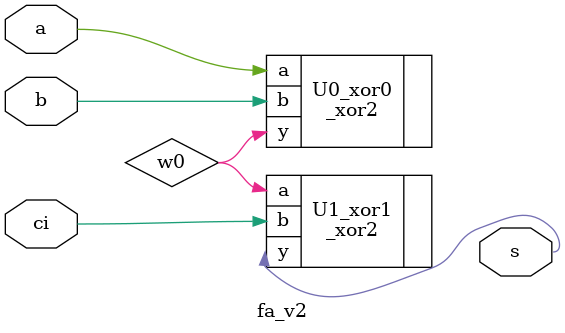
<source format=v>

module fa_v2(a,b,ci,s);// full adder module
	input a,b,ci; // full adder input a, b, carry in
	output s; // output sum
	
	wire w0; // wire w0 : xor - xor
	
	_xor2 U0_xor0(.a(a),.b(b),.y(w0)); // w0 = a XOR b
	_xor2 U1_xor1(.a(w0),.b(ci),.y(s));// s = w0 XOR ci
	

endmodule

</source>
